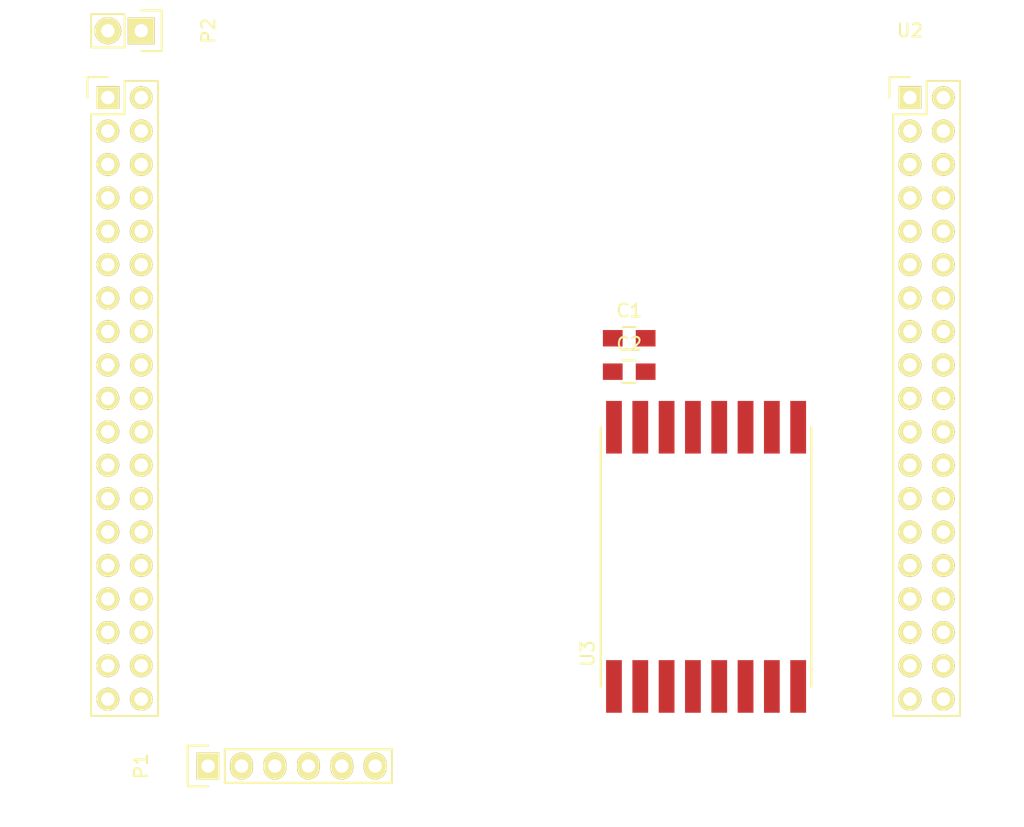
<source format=kicad_pcb>
(kicad_pcb (version 4) (host pcbnew "(2015-03-26 BZR 5542)-product")

  (general
    (links 18)
    (no_connects 18)
    (area 0 0 0 0)
    (thickness 1.6)
    (drawings 0)
    (tracks 0)
    (zones 0)
    (modules 7)
    (nets 9)
  )

  (page A4)
  (layers
    (0 F.Cu signal)
    (31 B.Cu signal)
    (32 B.Adhes user)
    (33 F.Adhes user)
    (34 B.Paste user)
    (35 F.Paste user)
    (36 B.SilkS user)
    (37 F.SilkS user)
    (38 B.Mask user)
    (39 F.Mask user)
    (40 Dwgs.User user)
    (41 Cmts.User user)
    (42 Eco1.User user)
    (43 Eco2.User user)
    (44 Edge.Cuts user)
    (45 Margin user)
    (46 B.CrtYd user)
    (47 F.CrtYd user)
    (48 B.Fab user)
    (49 F.Fab user)
  )

  (setup
    (last_trace_width 0.25)
    (trace_clearance 0.2)
    (zone_clearance 0.508)
    (zone_45_only no)
    (trace_min 0.2)
    (segment_width 0.2)
    (edge_width 0.1)
    (via_size 0.6)
    (via_drill 0.4)
    (via_min_size 0.4)
    (via_min_drill 0.3)
    (uvia_size 0.3)
    (uvia_drill 0.1)
    (uvias_allowed no)
    (uvia_min_size 0.2)
    (uvia_min_drill 0.1)
    (pcb_text_width 0.3)
    (pcb_text_size 1.5 1.5)
    (mod_edge_width 0.15)
    (mod_text_size 1 1)
    (mod_text_width 0.15)
    (pad_size 1.5 1.5)
    (pad_drill 0.6)
    (pad_to_mask_clearance 0)
    (aux_axis_origin 0 0)
    (visible_elements FFFFFF7F)
    (pcbplotparams
      (layerselection 0x00030_80000001)
      (usegerberextensions false)
      (excludeedgelayer true)
      (linewidth 0.100000)
      (plotframeref false)
      (viasonmask false)
      (mode 1)
      (useauxorigin false)
      (hpglpennumber 1)
      (hpglpenspeed 20)
      (hpglpendiameter 15)
      (hpglpenoverlay 2)
      (psnegative false)
      (psa4output false)
      (plotreference true)
      (plotvalue true)
      (plotinvisibletext false)
      (padsonsilk false)
      (subtractmaskfromsilk false)
      (outputformat 1)
      (mirror false)
      (drillshape 1)
      (scaleselection 1)
      (outputdirectory ""))
  )

  (net 0 "")
  (net 1 +3V3)
  (net 2 GNDREF)
  (net 3 /PA14)
  (net 4 /GND)
  (net 5 /PA13)
  (net 6 /NRST)
  (net 7 /PB3)
  (net 8 /E5V)

  (net_class Default "This is the default net class."
    (clearance 0.2)
    (trace_width 0.25)
    (via_dia 0.6)
    (via_drill 0.4)
    (uvia_dia 0.3)
    (uvia_drill 0.1)
    (add_net +3V3)
    (add_net /E5V)
    (add_net /GND)
    (add_net /NRST)
    (add_net /PA13)
    (add_net /PA14)
    (add_net /PB3)
    (add_net GNDREF)
  )

  (module Capacitors_SMD:C_0805_HandSoldering (layer F.Cu) (tedit 541A9B8D) (tstamp 5516E5F0)
    (at 136.144 132.588)
    (descr "Capacitor SMD 0805, hand soldering")
    (tags "capacitor 0805")
    (path /55169E99)
    (attr smd)
    (fp_text reference C1 (at 0 -2.1) (layer F.SilkS)
      (effects (font (size 1 1) (thickness 0.15)))
    )
    (fp_text value C (at 0 2.1) (layer F.Fab)
      (effects (font (size 1 1) (thickness 0.15)))
    )
    (fp_line (start -2.3 -1) (end 2.3 -1) (layer F.CrtYd) (width 0.05))
    (fp_line (start -2.3 1) (end 2.3 1) (layer F.CrtYd) (width 0.05))
    (fp_line (start -2.3 -1) (end -2.3 1) (layer F.CrtYd) (width 0.05))
    (fp_line (start 2.3 -1) (end 2.3 1) (layer F.CrtYd) (width 0.05))
    (fp_line (start 0.5 -0.85) (end -0.5 -0.85) (layer F.SilkS) (width 0.15))
    (fp_line (start -0.5 0.85) (end 0.5 0.85) (layer F.SilkS) (width 0.15))
    (pad 1 smd rect (at -1.25 0) (size 1.5 1.25) (layers F.Cu F.Paste F.Mask)
      (net 1 +3V3))
    (pad 2 smd rect (at 1.25 0) (size 1.5 1.25) (layers F.Cu F.Paste F.Mask)
      (net 2 GNDREF))
    (model Capacitors_SMD.3dshapes/C_0805_HandSoldering.wrl
      (at (xyz 0 0 0))
      (scale (xyz 1 1 1))
      (rotate (xyz 0 0 0))
    )
  )

  (module Capacitors_SMD:C_0805_HandSoldering (layer F.Cu) (tedit 541A9B8D) (tstamp 5516E5FC)
    (at 136.144 135.128)
    (descr "Capacitor SMD 0805, hand soldering")
    (tags "capacitor 0805")
    (path /55169E57)
    (attr smd)
    (fp_text reference C2 (at 0 -2.1) (layer F.SilkS)
      (effects (font (size 1 1) (thickness 0.15)))
    )
    (fp_text value C (at 0 2.1) (layer F.Fab)
      (effects (font (size 1 1) (thickness 0.15)))
    )
    (fp_line (start -2.3 -1) (end 2.3 -1) (layer F.CrtYd) (width 0.05))
    (fp_line (start -2.3 1) (end 2.3 1) (layer F.CrtYd) (width 0.05))
    (fp_line (start -2.3 -1) (end -2.3 1) (layer F.CrtYd) (width 0.05))
    (fp_line (start 2.3 -1) (end 2.3 1) (layer F.CrtYd) (width 0.05))
    (fp_line (start 0.5 -0.85) (end -0.5 -0.85) (layer F.SilkS) (width 0.15))
    (fp_line (start -0.5 0.85) (end 0.5 0.85) (layer F.SilkS) (width 0.15))
    (pad 1 smd rect (at -1.25 0) (size 1.5 1.25) (layers F.Cu F.Paste F.Mask)
      (net 1 +3V3))
    (pad 2 smd rect (at 1.25 0) (size 1.5 1.25) (layers F.Cu F.Paste F.Mask)
      (net 2 GNDREF))
    (model Capacitors_SMD.3dshapes/C_0805_HandSoldering.wrl
      (at (xyz 0 0 0))
      (scale (xyz 1 1 1))
      (rotate (xyz 0 0 0))
    )
  )

  (module Pin_Headers:Pin_Header_Straight_1x06 (layer F.Cu) (tedit 0) (tstamp 5516E611)
    (at 104.14 165.1 90)
    (descr "Through hole pin header")
    (tags "pin header")
    (path /5515ECE4)
    (fp_text reference P1 (at 0 -5.1 90) (layer F.SilkS)
      (effects (font (size 1 1) (thickness 0.15)))
    )
    (fp_text value "SWD Header" (at 0 -3.1 90) (layer F.Fab)
      (effects (font (size 1 1) (thickness 0.15)))
    )
    (fp_line (start -1.75 -1.75) (end -1.75 14.45) (layer F.CrtYd) (width 0.05))
    (fp_line (start 1.75 -1.75) (end 1.75 14.45) (layer F.CrtYd) (width 0.05))
    (fp_line (start -1.75 -1.75) (end 1.75 -1.75) (layer F.CrtYd) (width 0.05))
    (fp_line (start -1.75 14.45) (end 1.75 14.45) (layer F.CrtYd) (width 0.05))
    (fp_line (start 1.27 1.27) (end 1.27 13.97) (layer F.SilkS) (width 0.15))
    (fp_line (start 1.27 13.97) (end -1.27 13.97) (layer F.SilkS) (width 0.15))
    (fp_line (start -1.27 13.97) (end -1.27 1.27) (layer F.SilkS) (width 0.15))
    (fp_line (start 1.55 -1.55) (end 1.55 0) (layer F.SilkS) (width 0.15))
    (fp_line (start 1.27 1.27) (end -1.27 1.27) (layer F.SilkS) (width 0.15))
    (fp_line (start -1.55 0) (end -1.55 -1.55) (layer F.SilkS) (width 0.15))
    (fp_line (start -1.55 -1.55) (end 1.55 -1.55) (layer F.SilkS) (width 0.15))
    (pad 1 thru_hole rect (at 0 0 90) (size 2.032 1.7272) (drill 1.016) (layers *.Cu *.Mask F.SilkS))
    (pad 2 thru_hole oval (at 0 2.54 90) (size 2.032 1.7272) (drill 1.016) (layers *.Cu *.Mask F.SilkS)
      (net 3 /PA14))
    (pad 3 thru_hole oval (at 0 5.08 90) (size 2.032 1.7272) (drill 1.016) (layers *.Cu *.Mask F.SilkS)
      (net 4 /GND))
    (pad 4 thru_hole oval (at 0 7.62 90) (size 2.032 1.7272) (drill 1.016) (layers *.Cu *.Mask F.SilkS)
      (net 5 /PA13))
    (pad 5 thru_hole oval (at 0 10.16 90) (size 2.032 1.7272) (drill 1.016) (layers *.Cu *.Mask F.SilkS)
      (net 6 /NRST))
    (pad 6 thru_hole oval (at 0 12.7 90) (size 2.032 1.7272) (drill 1.016) (layers *.Cu *.Mask F.SilkS)
      (net 7 /PB3))
    (model Pin_Headers.3dshapes/Pin_Header_Straight_1x06.wrl
      (at (xyz 0 -0.25 0))
      (scale (xyz 1 1 1))
      (rotate (xyz 0 0 90))
    )
  )

  (module Pin_Headers:Pin_Header_Straight_1x02 (layer F.Cu) (tedit 54EA090C) (tstamp 5516E622)
    (at 99.06 109.22 270)
    (descr "Through hole pin header")
    (tags "pin header")
    (path /5515F41F)
    (fp_text reference P2 (at 0 -5.1 270) (layer F.SilkS)
      (effects (font (size 1 1) (thickness 0.15)))
    )
    (fp_text value Power (at 0 -3.1 270) (layer F.Fab)
      (effects (font (size 1 1) (thickness 0.15)))
    )
    (fp_line (start 1.27 1.27) (end 1.27 3.81) (layer F.SilkS) (width 0.15))
    (fp_line (start 1.55 -1.55) (end 1.55 0) (layer F.SilkS) (width 0.15))
    (fp_line (start -1.75 -1.75) (end -1.75 4.3) (layer F.CrtYd) (width 0.05))
    (fp_line (start 1.75 -1.75) (end 1.75 4.3) (layer F.CrtYd) (width 0.05))
    (fp_line (start -1.75 -1.75) (end 1.75 -1.75) (layer F.CrtYd) (width 0.05))
    (fp_line (start -1.75 4.3) (end 1.75 4.3) (layer F.CrtYd) (width 0.05))
    (fp_line (start 1.27 1.27) (end -1.27 1.27) (layer F.SilkS) (width 0.15))
    (fp_line (start -1.55 0) (end -1.55 -1.55) (layer F.SilkS) (width 0.15))
    (fp_line (start -1.55 -1.55) (end 1.55 -1.55) (layer F.SilkS) (width 0.15))
    (fp_line (start -1.27 1.27) (end -1.27 3.81) (layer F.SilkS) (width 0.15))
    (fp_line (start -1.27 3.81) (end 1.27 3.81) (layer F.SilkS) (width 0.15))
    (pad 1 thru_hole rect (at 0 0 270) (size 2.032 2.032) (drill 1.016) (layers *.Cu *.Mask F.SilkS)
      (net 8 /E5V))
    (pad 2 thru_hole oval (at 0 2.54 270) (size 2.032 2.032) (drill 1.016) (layers *.Cu *.Mask F.SilkS)
      (net 4 /GND))
    (model Pin_Headers.3dshapes/Pin_Header_Straight_1x02.wrl
      (at (xyz 0 -0.05 0))
      (scale (xyz 1 1 1))
      (rotate (xyz 0 0 90))
    )
  )

  (module Pin_Headers:Pin_Header_Straight_2x19 (layer F.Cu) (tedit 0) (tstamp 5516E658)
    (at 96.52 114.3)
    (descr "Through hole pin header")
    (tags "pin header")
    (path /5516CBA1)
    (fp_text reference U1 (at 0 -5.1) (layer F.SilkS)
      (effects (font (size 1 1) (thickness 0.15)))
    )
    (fp_text value Nucleo-L152RE-CN7 (at 0 -3.1) (layer F.Fab)
      (effects (font (size 1 1) (thickness 0.15)))
    )
    (fp_line (start -1.75 -1.75) (end -1.75 47.5) (layer F.CrtYd) (width 0.05))
    (fp_line (start 4.3 -1.75) (end 4.3 47.5) (layer F.CrtYd) (width 0.05))
    (fp_line (start -1.75 -1.75) (end 4.3 -1.75) (layer F.CrtYd) (width 0.05))
    (fp_line (start -1.75 47.5) (end 4.3 47.5) (layer F.CrtYd) (width 0.05))
    (fp_line (start 3.81 -1.27) (end 3.81 46.99) (layer F.SilkS) (width 0.15))
    (fp_line (start -1.27 46.99) (end -1.27 1.27) (layer F.SilkS) (width 0.15))
    (fp_line (start 3.81 46.99) (end -1.27 46.99) (layer F.SilkS) (width 0.15))
    (fp_line (start 3.81 -1.27) (end 1.27 -1.27) (layer F.SilkS) (width 0.15))
    (fp_line (start 0 -1.55) (end -1.55 -1.55) (layer F.SilkS) (width 0.15))
    (fp_line (start 1.27 -1.27) (end 1.27 1.27) (layer F.SilkS) (width 0.15))
    (fp_line (start 1.27 1.27) (end -1.27 1.27) (layer F.SilkS) (width 0.15))
    (fp_line (start -1.55 -1.55) (end -1.55 0) (layer F.SilkS) (width 0.15))
    (pad 1 thru_hole rect (at 0 0) (size 1.7272 1.7272) (drill 1.016) (layers *.Cu *.Mask F.SilkS))
    (pad 2 thru_hole oval (at 2.54 0) (size 1.7272 1.7272) (drill 1.016) (layers *.Cu *.Mask F.SilkS))
    (pad 3 thru_hole oval (at 0 2.54) (size 1.7272 1.7272) (drill 1.016) (layers *.Cu *.Mask F.SilkS))
    (pad 4 thru_hole oval (at 2.54 2.54) (size 1.7272 1.7272) (drill 1.016) (layers *.Cu *.Mask F.SilkS))
    (pad 5 thru_hole oval (at 0 5.08) (size 1.7272 1.7272) (drill 1.016) (layers *.Cu *.Mask F.SilkS)
      (net 1 +3V3))
    (pad 6 thru_hole oval (at 2.54 5.08) (size 1.7272 1.7272) (drill 1.016) (layers *.Cu *.Mask F.SilkS)
      (net 8 /E5V))
    (pad 7 thru_hole oval (at 0 7.62) (size 1.7272 1.7272) (drill 1.016) (layers *.Cu *.Mask F.SilkS))
    (pad 8 thru_hole oval (at 2.54 7.62) (size 1.7272 1.7272) (drill 1.016) (layers *.Cu *.Mask F.SilkS)
      (net 4 /GND))
    (pad 9 thru_hole oval (at 0 10.16) (size 1.7272 1.7272) (drill 1.016) (layers *.Cu *.Mask F.SilkS))
    (pad 10 thru_hole oval (at 2.54 10.16) (size 1.7272 1.7272) (drill 1.016) (layers *.Cu *.Mask F.SilkS))
    (pad 11 thru_hole oval (at 0 12.7) (size 1.7272 1.7272) (drill 1.016) (layers *.Cu *.Mask F.SilkS))
    (pad 12 thru_hole oval (at 2.54 12.7) (size 1.7272 1.7272) (drill 1.016) (layers *.Cu *.Mask F.SilkS)
      (net 1 +3V3))
    (pad 13 thru_hole oval (at 0 15.24) (size 1.7272 1.7272) (drill 1.016) (layers *.Cu *.Mask F.SilkS)
      (net 5 /PA13))
    (pad 14 thru_hole oval (at 2.54 15.24) (size 1.7272 1.7272) (drill 1.016) (layers *.Cu *.Mask F.SilkS)
      (net 6 /NRST))
    (pad 15 thru_hole oval (at 0 17.78) (size 1.7272 1.7272) (drill 1.016) (layers *.Cu *.Mask F.SilkS)
      (net 3 /PA14))
    (pad 16 thru_hole oval (at 2.54 17.78) (size 1.7272 1.7272) (drill 1.016) (layers *.Cu *.Mask F.SilkS)
      (net 1 +3V3))
    (pad 17 thru_hole oval (at 0 20.32) (size 1.7272 1.7272) (drill 1.016) (layers *.Cu *.Mask F.SilkS))
    (pad 18 thru_hole oval (at 2.54 20.32) (size 1.7272 1.7272) (drill 1.016) (layers *.Cu *.Mask F.SilkS))
    (pad 19 thru_hole oval (at 0 22.86) (size 1.7272 1.7272) (drill 1.016) (layers *.Cu *.Mask F.SilkS)
      (net 4 /GND))
    (pad 20 thru_hole oval (at 2.54 22.86) (size 1.7272 1.7272) (drill 1.016) (layers *.Cu *.Mask F.SilkS)
      (net 4 /GND))
    (pad 21 thru_hole oval (at 0 25.4) (size 1.7272 1.7272) (drill 1.016) (layers *.Cu *.Mask F.SilkS))
    (pad 22 thru_hole oval (at 2.54 25.4) (size 1.7272 1.7272) (drill 1.016) (layers *.Cu *.Mask F.SilkS)
      (net 4 /GND))
    (pad 23 thru_hole oval (at 0 27.94) (size 1.7272 1.7272) (drill 1.016) (layers *.Cu *.Mask F.SilkS))
    (pad 24 thru_hole oval (at 2.54 27.94) (size 1.7272 1.7272) (drill 1.016) (layers *.Cu *.Mask F.SilkS))
    (pad 25 thru_hole oval (at 0 30.48) (size 1.7272 1.7272) (drill 1.016) (layers *.Cu *.Mask F.SilkS))
    (pad 26 thru_hole oval (at 2.54 30.48) (size 1.7272 1.7272) (drill 1.016) (layers *.Cu *.Mask F.SilkS))
    (pad 27 thru_hole oval (at 0 33.02) (size 1.7272 1.7272) (drill 1.016) (layers *.Cu *.Mask F.SilkS))
    (pad 28 thru_hole oval (at 2.54 33.02) (size 1.7272 1.7272) (drill 1.016) (layers *.Cu *.Mask F.SilkS))
    (pad 29 thru_hole oval (at 0 35.56) (size 1.7272 1.7272) (drill 1.016) (layers *.Cu *.Mask F.SilkS))
    (pad 30 thru_hole oval (at 2.54 35.56) (size 1.7272 1.7272) (drill 1.016) (layers *.Cu *.Mask F.SilkS))
    (pad 31 thru_hole oval (at 0 38.1) (size 1.7272 1.7272) (drill 1.016) (layers *.Cu *.Mask F.SilkS))
    (pad 32 thru_hole oval (at 2.54 38.1) (size 1.7272 1.7272) (drill 1.016) (layers *.Cu *.Mask F.SilkS))
    (pad 33 thru_hole oval (at 0 40.64) (size 1.7272 1.7272) (drill 1.016) (layers *.Cu *.Mask F.SilkS))
    (pad 34 thru_hole oval (at 2.54 40.64) (size 1.7272 1.7272) (drill 1.016) (layers *.Cu *.Mask F.SilkS))
    (pad 35 thru_hole oval (at 0 43.18) (size 1.7272 1.7272) (drill 1.016) (layers *.Cu *.Mask F.SilkS))
    (pad 36 thru_hole oval (at 2.54 43.18) (size 1.7272 1.7272) (drill 1.016) (layers *.Cu *.Mask F.SilkS))
    (pad 37 thru_hole oval (at 0 45.72) (size 1.7272 1.7272) (drill 1.016) (layers *.Cu *.Mask F.SilkS))
    (pad 38 thru_hole oval (at 2.54 45.72) (size 1.7272 1.7272) (drill 1.016) (layers *.Cu *.Mask F.SilkS))
    (model Pin_Headers.3dshapes/Pin_Header_Straight_2x19.wrl
      (at (xyz 0.05 -0.9 0))
      (scale (xyz 1 1 1))
      (rotate (xyz 0 0 90))
    )
  )

  (module Pin_Headers:Pin_Header_Straight_2x19 (layer F.Cu) (tedit 0) (tstamp 5516E68E)
    (at 157.48 114.3)
    (descr "Through hole pin header")
    (tags "pin header")
    (path /5516CBDF)
    (fp_text reference U2 (at 0 -5.1) (layer F.SilkS)
      (effects (font (size 1 1) (thickness 0.15)))
    )
    (fp_text value Nucleo-L152RE-CN10 (at 0 -3.1) (layer F.Fab)
      (effects (font (size 1 1) (thickness 0.15)))
    )
    (fp_line (start -1.75 -1.75) (end -1.75 47.5) (layer F.CrtYd) (width 0.05))
    (fp_line (start 4.3 -1.75) (end 4.3 47.5) (layer F.CrtYd) (width 0.05))
    (fp_line (start -1.75 -1.75) (end 4.3 -1.75) (layer F.CrtYd) (width 0.05))
    (fp_line (start -1.75 47.5) (end 4.3 47.5) (layer F.CrtYd) (width 0.05))
    (fp_line (start 3.81 -1.27) (end 3.81 46.99) (layer F.SilkS) (width 0.15))
    (fp_line (start -1.27 46.99) (end -1.27 1.27) (layer F.SilkS) (width 0.15))
    (fp_line (start 3.81 46.99) (end -1.27 46.99) (layer F.SilkS) (width 0.15))
    (fp_line (start 3.81 -1.27) (end 1.27 -1.27) (layer F.SilkS) (width 0.15))
    (fp_line (start 0 -1.55) (end -1.55 -1.55) (layer F.SilkS) (width 0.15))
    (fp_line (start 1.27 -1.27) (end 1.27 1.27) (layer F.SilkS) (width 0.15))
    (fp_line (start 1.27 1.27) (end -1.27 1.27) (layer F.SilkS) (width 0.15))
    (fp_line (start -1.55 -1.55) (end -1.55 0) (layer F.SilkS) (width 0.15))
    (pad 1 thru_hole rect (at 0 0) (size 1.7272 1.7272) (drill 1.016) (layers *.Cu *.Mask F.SilkS))
    (pad 2 thru_hole oval (at 2.54 0) (size 1.7272 1.7272) (drill 1.016) (layers *.Cu *.Mask F.SilkS))
    (pad 3 thru_hole oval (at 0 2.54) (size 1.7272 1.7272) (drill 1.016) (layers *.Cu *.Mask F.SilkS))
    (pad 4 thru_hole oval (at 2.54 2.54) (size 1.7272 1.7272) (drill 1.016) (layers *.Cu *.Mask F.SilkS))
    (pad 5 thru_hole oval (at 0 5.08) (size 1.7272 1.7272) (drill 1.016) (layers *.Cu *.Mask F.SilkS))
    (pad 6 thru_hole oval (at 2.54 5.08) (size 1.7272 1.7272) (drill 1.016) (layers *.Cu *.Mask F.SilkS))
    (pad 7 thru_hole oval (at 0 7.62) (size 1.7272 1.7272) (drill 1.016) (layers *.Cu *.Mask F.SilkS))
    (pad 8 thru_hole oval (at 2.54 7.62) (size 1.7272 1.7272) (drill 1.016) (layers *.Cu *.Mask F.SilkS))
    (pad 9 thru_hole oval (at 0 10.16) (size 1.7272 1.7272) (drill 1.016) (layers *.Cu *.Mask F.SilkS)
      (net 4 /GND))
    (pad 10 thru_hole oval (at 2.54 10.16) (size 1.7272 1.7272) (drill 1.016) (layers *.Cu *.Mask F.SilkS))
    (pad 11 thru_hole oval (at 0 12.7) (size 1.7272 1.7272) (drill 1.016) (layers *.Cu *.Mask F.SilkS))
    (pad 12 thru_hole oval (at 2.54 12.7) (size 1.7272 1.7272) (drill 1.016) (layers *.Cu *.Mask F.SilkS))
    (pad 13 thru_hole oval (at 0 15.24) (size 1.7272 1.7272) (drill 1.016) (layers *.Cu *.Mask F.SilkS))
    (pad 14 thru_hole oval (at 2.54 15.24) (size 1.7272 1.7272) (drill 1.016) (layers *.Cu *.Mask F.SilkS))
    (pad 15 thru_hole oval (at 0 17.78) (size 1.7272 1.7272) (drill 1.016) (layers *.Cu *.Mask F.SilkS))
    (pad 16 thru_hole oval (at 2.54 17.78) (size 1.7272 1.7272) (drill 1.016) (layers *.Cu *.Mask F.SilkS))
    (pad 17 thru_hole oval (at 0 20.32) (size 1.7272 1.7272) (drill 1.016) (layers *.Cu *.Mask F.SilkS))
    (pad 18 thru_hole oval (at 2.54 20.32) (size 1.7272 1.7272) (drill 1.016) (layers *.Cu *.Mask F.SilkS))
    (pad 19 thru_hole oval (at 0 22.86) (size 1.7272 1.7272) (drill 1.016) (layers *.Cu *.Mask F.SilkS))
    (pad 20 thru_hole oval (at 2.54 22.86) (size 1.7272 1.7272) (drill 1.016) (layers *.Cu *.Mask F.SilkS)
      (net 4 /GND))
    (pad 21 thru_hole oval (at 0 25.4) (size 1.7272 1.7272) (drill 1.016) (layers *.Cu *.Mask F.SilkS))
    (pad 22 thru_hole oval (at 2.54 25.4) (size 1.7272 1.7272) (drill 1.016) (layers *.Cu *.Mask F.SilkS))
    (pad 23 thru_hole oval (at 0 27.94) (size 1.7272 1.7272) (drill 1.016) (layers *.Cu *.Mask F.SilkS))
    (pad 24 thru_hole oval (at 2.54 27.94) (size 1.7272 1.7272) (drill 1.016) (layers *.Cu *.Mask F.SilkS))
    (pad 25 thru_hole oval (at 0 30.48) (size 1.7272 1.7272) (drill 1.016) (layers *.Cu *.Mask F.SilkS))
    (pad 26 thru_hole oval (at 2.54 30.48) (size 1.7272 1.7272) (drill 1.016) (layers *.Cu *.Mask F.SilkS))
    (pad 27 thru_hole oval (at 0 33.02) (size 1.7272 1.7272) (drill 1.016) (layers *.Cu *.Mask F.SilkS))
    (pad 28 thru_hole oval (at 2.54 33.02) (size 1.7272 1.7272) (drill 1.016) (layers *.Cu *.Mask F.SilkS))
    (pad 29 thru_hole oval (at 0 35.56) (size 1.7272 1.7272) (drill 1.016) (layers *.Cu *.Mask F.SilkS))
    (pad 30 thru_hole oval (at 2.54 35.56) (size 1.7272 1.7272) (drill 1.016) (layers *.Cu *.Mask F.SilkS))
    (pad 31 thru_hole oval (at 0 38.1) (size 1.7272 1.7272) (drill 1.016) (layers *.Cu *.Mask F.SilkS)
      (net 7 /PB3))
    (pad 32 thru_hole oval (at 2.54 38.1) (size 1.7272 1.7272) (drill 1.016) (layers *.Cu *.Mask F.SilkS))
    (pad 33 thru_hole oval (at 0 40.64) (size 1.7272 1.7272) (drill 1.016) (layers *.Cu *.Mask F.SilkS))
    (pad 34 thru_hole oval (at 2.54 40.64) (size 1.7272 1.7272) (drill 1.016) (layers *.Cu *.Mask F.SilkS))
    (pad 35 thru_hole oval (at 0 43.18) (size 1.7272 1.7272) (drill 1.016) (layers *.Cu *.Mask F.SilkS))
    (pad 36 thru_hole oval (at 2.54 43.18) (size 1.7272 1.7272) (drill 1.016) (layers *.Cu *.Mask F.SilkS))
    (pad 37 thru_hole oval (at 0 45.72) (size 1.7272 1.7272) (drill 1.016) (layers *.Cu *.Mask F.SilkS))
    (pad 38 thru_hole oval (at 2.54 45.72) (size 1.7272 1.7272) (drill 1.016) (layers *.Cu *.Mask F.SilkS))
    (model Pin_Headers.3dshapes/Pin_Header_Straight_2x19.wrl
      (at (xyz 0.05 -0.9 0))
      (scale (xyz 1 1 1))
      (rotate (xyz 0 0 90))
    )
  )

  (module nucleo:RFM69HW (layer F.Cu) (tedit 5516D5D9) (tstamp 5516E6A6)
    (at 141.986 149.352 270)
    (path /55169D6F)
    (fp_text reference U3 (at 7.2 9 270) (layer F.SilkS)
      (effects (font (size 1 1) (thickness 0.15)))
    )
    (fp_text value RFM69HW (at -6.7 9 270) (layer F.Fab)
      (effects (font (size 1 1) (thickness 0.15)))
    )
    (fp_line (start 9.7 -8) (end -10 -8) (layer F.SilkS) (width 0.15))
    (fp_line (start -10 8) (end 9.7 8) (layer F.SilkS) (width 0.15))
    (fp_line (start -10 8) (end 9.7 8) (layer F.SilkS) (width 0.15))
    (fp_line (start 9.7 -8) (end -10 -8) (layer F.SilkS) (width 0.15))
    (pad 1 smd rect (at -10 -7 270) (size 4 1.2) (layers F.Cu F.Paste F.Mask))
    (pad 2 smd rect (at -10 -5 270) (size 4 1.2) (layers F.Cu F.Paste F.Mask))
    (pad 3 smd rect (at -10 -3 270) (size 4 1.2) (layers F.Cu F.Paste F.Mask))
    (pad 4 smd rect (at -10 -1 270) (size 4 1.2) (layers F.Cu F.Paste F.Mask))
    (pad 5 smd rect (at -10 1 270) (size 4 1.2) (layers F.Cu F.Paste F.Mask))
    (pad 6 smd rect (at -10 3 270) (size 4 1.2) (layers F.Cu F.Paste F.Mask))
    (pad 7 smd rect (at -10 5 270) (size 4 1.2) (layers F.Cu F.Paste F.Mask))
    (pad 8 smd rect (at -10 7 270) (size 4 1.2) (layers F.Cu F.Paste F.Mask)
      (net 1 +3V3))
    (pad 9 smd rect (at 9.7 7 270) (size 4 1.2) (layers F.Cu F.Paste F.Mask))
    (pad 10 smd rect (at 9.7 5 270) (size 4 1.2) (layers F.Cu F.Paste F.Mask))
    (pad 11 smd rect (at 9.7 3 270) (size 4 1.2) (layers F.Cu F.Paste F.Mask))
    (pad 12 smd rect (at 9.7 1 270) (size 4 1.2) (layers F.Cu F.Paste F.Mask))
    (pad 13 smd rect (at 9.7 -1 270) (size 4 1.2) (layers F.Cu F.Paste F.Mask))
    (pad 14 smd rect (at 9.7 -3 270) (size 4 1.2) (layers F.Cu F.Paste F.Mask))
    (pad 15 smd rect (at 9.7 -5 270) (size 4 1.2) (layers F.Cu F.Paste F.Mask))
    (pad 16 smd rect (at 9.7 -7 270) (size 4 1.2) (layers F.Cu F.Paste F.Mask))
  )

)

</source>
